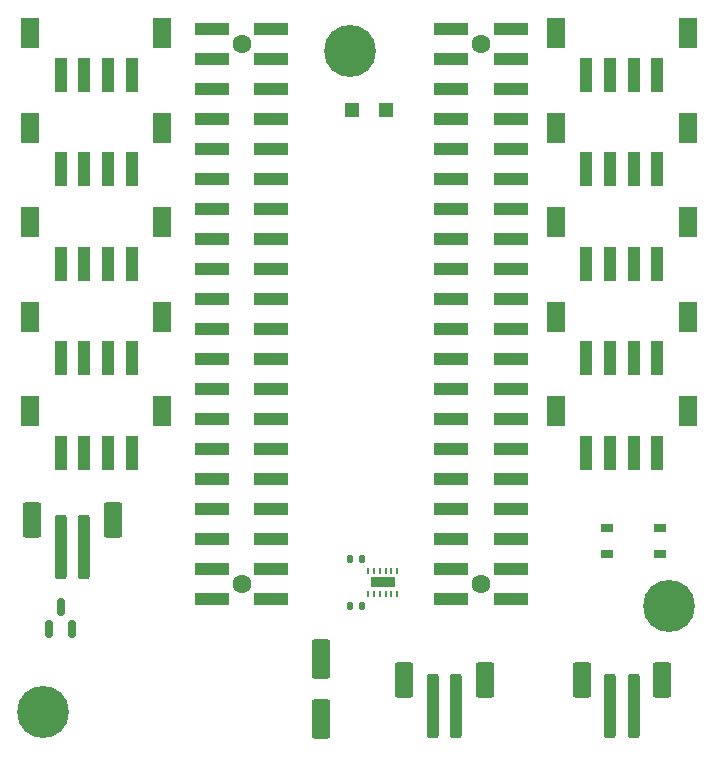
<source format=gts>
%TF.GenerationSoftware,KiCad,Pcbnew,8.0.4*%
%TF.CreationDate,2024-09-18T19:52:05+02:00*%
%TF.ProjectId,fredo,66726564-6f2e-46b6-9963-61645f706362,rev?*%
%TF.SameCoordinates,Original*%
%TF.FileFunction,Soldermask,Top*%
%TF.FilePolarity,Negative*%
%FSLAX46Y46*%
G04 Gerber Fmt 4.6, Leading zero omitted, Abs format (unit mm)*
G04 Created by KiCad (PCBNEW 8.0.4) date 2024-09-18 19:52:05*
%MOMM*%
%LPD*%
G01*
G04 APERTURE LIST*
G04 Aperture macros list*
%AMRoundRect*
0 Rectangle with rounded corners*
0 $1 Rounding radius*
0 $2 $3 $4 $5 $6 $7 $8 $9 X,Y pos of 4 corners*
0 Add a 4 corners polygon primitive as box body*
4,1,4,$2,$3,$4,$5,$6,$7,$8,$9,$2,$3,0*
0 Add four circle primitives for the rounded corners*
1,1,$1+$1,$2,$3*
1,1,$1+$1,$4,$5*
1,1,$1+$1,$6,$7*
1,1,$1+$1,$8,$9*
0 Add four rect primitives between the rounded corners*
20,1,$1+$1,$2,$3,$4,$5,0*
20,1,$1+$1,$4,$5,$6,$7,0*
20,1,$1+$1,$6,$7,$8,$9,0*
20,1,$1+$1,$8,$9,$2,$3,0*%
G04 Aperture macros list end*
%ADD10R,1.200000X1.200000*%
%ADD11R,1.000000X3.000000*%
%ADD12R,1.550000X2.600000*%
%ADD13R,0.990600X0.711200*%
%ADD14R,0.249999X0.499999*%
%ADD15R,2.000001X0.900001*%
%ADD16RoundRect,0.250000X-0.250000X-2.500000X0.250000X-2.500000X0.250000X2.500000X-0.250000X2.500000X0*%
%ADD17RoundRect,0.250000X-0.550000X-1.250000X0.550000X-1.250000X0.550000X1.250000X-0.550000X1.250000X0*%
%ADD18C,4.400000*%
%ADD19C,1.600000*%
%ADD20R,3.000000X1.000000*%
%ADD21RoundRect,0.140000X-0.140000X-0.170000X0.140000X-0.170000X0.140000X0.170000X-0.140000X0.170000X0*%
%ADD22RoundRect,0.250000X-0.550000X1.412500X-0.550000X-1.412500X0.550000X-1.412500X0.550000X1.412500X0*%
%ADD23RoundRect,0.150000X0.150000X-0.587500X0.150000X0.587500X-0.150000X0.587500X-0.150000X-0.587500X0*%
G04 APERTURE END LIST*
D10*
%TO.C,D1*%
X63000000Y-45000000D03*
X60200000Y-45000000D03*
%TD*%
D11*
%TO.C,A1*%
X80000000Y-66000000D03*
X82000000Y-66000000D03*
X84000000Y-66000000D03*
X86000000Y-66000000D03*
D12*
X77425000Y-62510840D03*
X88575000Y-62510840D03*
%TD*%
D13*
%TO.C,SW1*%
X81749999Y-80425001D03*
X86250001Y-80425001D03*
X81749999Y-82574999D03*
X86250001Y-82574999D03*
%TD*%
D14*
%TO.C,U1*%
X61500000Y-85950001D03*
X62000002Y-85950001D03*
X62500000Y-85950001D03*
X63000000Y-85950001D03*
X63500001Y-85950001D03*
X64000000Y-85950001D03*
X64000000Y-84050002D03*
X63500001Y-84050002D03*
X63000000Y-84050002D03*
X62500000Y-84050002D03*
X62000002Y-84050002D03*
X61500000Y-84050002D03*
D15*
X62750000Y-85000000D03*
%TD*%
D16*
%TO.C,MotL1*%
X67000000Y-95500000D03*
X69000000Y-95500000D03*
D17*
X64600000Y-93250000D03*
X71400000Y-93250000D03*
%TD*%
D18*
%TO.C,H3*%
X87000000Y-87000000D03*
%TD*%
D19*
%TO.C,J1*%
X50820000Y-39370000D03*
X50820000Y-85090000D03*
D20*
X53340000Y-38100000D03*
X48300000Y-38100000D03*
X53340000Y-40640000D03*
X48300000Y-40640000D03*
X53340000Y-43180000D03*
X48300000Y-43180000D03*
X53340000Y-45720000D03*
X48300000Y-45720000D03*
X53340000Y-48260000D03*
X48300000Y-48260000D03*
X53340000Y-50800000D03*
X48300000Y-50800000D03*
X53340000Y-53340000D03*
X48300000Y-53340000D03*
X53340000Y-55880000D03*
X48300000Y-55880000D03*
X53340000Y-58420000D03*
X48300000Y-58420000D03*
X53340000Y-60960000D03*
X48300000Y-60960000D03*
X53340000Y-63500000D03*
X48300000Y-63500000D03*
X53340000Y-66040000D03*
X48300000Y-66040000D03*
X53340000Y-68580000D03*
X48300000Y-68580000D03*
X53340000Y-71120000D03*
X48300000Y-71120000D03*
X53340000Y-73660000D03*
X48300000Y-73660000D03*
X53340000Y-76200000D03*
X48300000Y-76200000D03*
X53340000Y-78740000D03*
X48300000Y-78740000D03*
X53340000Y-81280000D03*
X48300000Y-81280000D03*
X53340000Y-83820000D03*
X48300000Y-83820000D03*
X53340000Y-86360000D03*
X48300000Y-86360000D03*
%TD*%
D11*
%TO.C,D20*%
X35500000Y-74000000D03*
X37500000Y-74000000D03*
X39500000Y-74000000D03*
X41500000Y-74000000D03*
D12*
X32925000Y-70510840D03*
X44075000Y-70510840D03*
%TD*%
D11*
%TO.C,I2C1*%
X80000000Y-50000000D03*
X82000000Y-50000000D03*
X84000000Y-50000000D03*
X86000000Y-50000000D03*
D12*
X77425000Y-46510840D03*
X88575000Y-46510840D03*
%TD*%
D11*
%TO.C,A2*%
X80000000Y-74000000D03*
X82000000Y-74000000D03*
X84000000Y-74000000D03*
X86000000Y-74000000D03*
D12*
X77425000Y-70510840D03*
X88575000Y-70510840D03*
%TD*%
D18*
%TO.C,H2*%
X34000000Y-96000000D03*
%TD*%
D16*
%TO.C,BAT0*%
X35500000Y-82000000D03*
X37500000Y-82000000D03*
D17*
X33100000Y-79750000D03*
X39900000Y-79750000D03*
%TD*%
D19*
%TO.C,J2*%
X71100000Y-39370000D03*
X71100000Y-85090000D03*
D20*
X73620000Y-38100000D03*
X68580000Y-38100000D03*
X73620000Y-40640000D03*
X68580000Y-40640000D03*
X73620000Y-43180000D03*
X68580000Y-43180000D03*
X73620000Y-45720000D03*
X68580000Y-45720000D03*
X73620000Y-48260000D03*
X68580000Y-48260000D03*
X73620000Y-50800000D03*
X68580000Y-50800000D03*
X73620000Y-53340000D03*
X68580000Y-53340000D03*
X73620000Y-55880000D03*
X68580000Y-55880000D03*
X73620000Y-58420000D03*
X68580000Y-58420000D03*
X73620000Y-60960000D03*
X68580000Y-60960000D03*
X73620000Y-63500000D03*
X68580000Y-63500000D03*
X73620000Y-66040000D03*
X68580000Y-66040000D03*
X73620000Y-68580000D03*
X68580000Y-68580000D03*
X73620000Y-71120000D03*
X68580000Y-71120000D03*
X73620000Y-73660000D03*
X68580000Y-73660000D03*
X73620000Y-76200000D03*
X68580000Y-76200000D03*
X73620000Y-78740000D03*
X68580000Y-78740000D03*
X73620000Y-81280000D03*
X68580000Y-81280000D03*
X73620000Y-83820000D03*
X68580000Y-83820000D03*
X73620000Y-86360000D03*
X68580000Y-86360000D03*
%TD*%
D11*
%TO.C,UART1*%
X35500000Y-50000000D03*
X37500000Y-50000000D03*
X39500000Y-50000000D03*
X41500000Y-50000000D03*
D12*
X32925000Y-46510840D03*
X44075000Y-46510840D03*
%TD*%
D11*
%TO.C,I2C0*%
X80000000Y-42000000D03*
X82000000Y-42000000D03*
X84000000Y-42000000D03*
X86000000Y-42000000D03*
D12*
X77425000Y-38510840D03*
X88575000Y-38510840D03*
%TD*%
D16*
%TO.C,MotR1*%
X82000000Y-95500000D03*
X84000000Y-95500000D03*
D17*
X79600000Y-93250000D03*
X86400000Y-93250000D03*
%TD*%
D21*
%TO.C,C2*%
X60020000Y-83000000D03*
X60980000Y-83000000D03*
%TD*%
D11*
%TO.C,A0*%
X80000000Y-58000000D03*
X82000000Y-58000000D03*
X84000000Y-58000000D03*
X86000000Y-58000000D03*
D12*
X77425000Y-54510840D03*
X88575000Y-54510840D03*
%TD*%
D11*
%TO.C,D18*%
X35500000Y-66000000D03*
X37500000Y-66000000D03*
X39500000Y-66000000D03*
X41500000Y-66000000D03*
D12*
X32925000Y-62510840D03*
X44075000Y-62510840D03*
%TD*%
D22*
%TO.C,C3*%
X57500000Y-91462500D03*
X57500000Y-96537500D03*
%TD*%
D11*
%TO.C,UART0*%
X35500000Y-42000000D03*
X37500000Y-42000000D03*
X39500000Y-42000000D03*
X41500000Y-42000000D03*
D12*
X32925000Y-38510840D03*
X44075000Y-38510840D03*
%TD*%
D23*
%TO.C,Q1*%
X34550000Y-88937500D03*
X36450000Y-88937500D03*
X35500000Y-87062500D03*
%TD*%
D18*
%TO.C,H1*%
X60000000Y-40000000D03*
%TD*%
D21*
%TO.C,C1*%
X60020000Y-87000000D03*
X60980000Y-87000000D03*
%TD*%
D11*
%TO.C,D16*%
X35500000Y-58000000D03*
X37500000Y-58000000D03*
X39500000Y-58000000D03*
X41500000Y-58000000D03*
D12*
X32925000Y-54510840D03*
X44075000Y-54510840D03*
%TD*%
M02*

</source>
